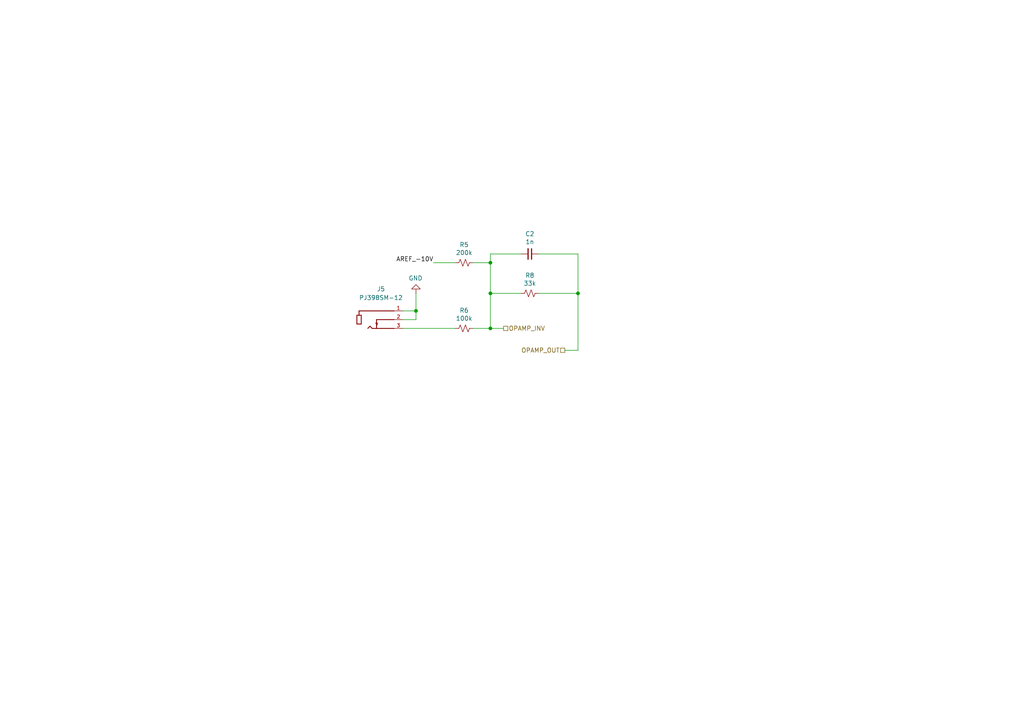
<source format=kicad_sch>
(kicad_sch (version 20211123) (generator eeschema)
  (paper "A4")
  (title_block (title "Lowstepper") (date "2021-03-06") (rev "1.0") (company "OkaySynthesizer") (comment 1 "Original design: Rafael Khan") (comment 2 "Engineer: Bhavesh Kakwani"))
  (lib_symbols
    (symbol "Device:C_Small" (pin_numbers hide) (pin_names (offset 0.254) hide)
      (property "Reference" "C" (at 0.254 1.778 0))
      (property "Value" "C_Small" (at 0.254 -2.032 0))
      (symbol "C_Small_0_1"
        (polyline (pts (xy -1.524 -0.508) (xy 1.524 -0.508)) (stroke (width 0.3302)))
        (polyline (pts (xy -1.524 0.508) (xy 1.524 0.508)) (stroke (width 0.3048)))
      )
      (symbol "C_Small_1_1"
        (pin passive line (at 0 2.54 270) (length 2.032) (name "~") (number "1"))
        (pin passive line (at 0 -2.54 90) (length 2.032) (name "~") (number "2"))
      )
    )
    (symbol "Device:R_Small_US" (pin_numbers hide) (pin_names (offset 0.254) hide)
      (property "Reference" "R" (at 0.762 0.508 0))
      (property "Value" "R_Small_US" (at 0.762 -1.016 0))
      (symbol "R_Small_US_1_1"
        (polyline (pts (xy 0 0) (xy 1.016 -0.381) (xy 0 -0.762) (xy -1.016 -1.143) (xy 0 -1.524)))
        (polyline (pts (xy 0 1.524) (xy 1.016 1.143) (xy 0 0.762) (xy -1.016 0.381) (xy 0 0)))
        (pin passive line (at 0 2.54 270) (length 1.016) (name "~") (number "1"))
        (pin passive line (at 0 -2.54 90) (length 1.016) (name "~") (number "2"))
      )
    )
    (symbol "PJ398SM-12:PJ398SM-12" (pin_names (offset 1.016) hide)
      (property "Reference" "J" (at -5.08 2.54 0))
      (property "Value" "PJ398SM-12" (at -5.08 -8.89 0))
      (symbol "PJ398SM-12_0_0"
        (polyline (pts (xy -5.715 -3.81) (xy -5.715 -1.27)) (stroke (width 0.254)))
        (polyline (pts (xy -5.715 -1.27) (xy -5.08 -1.27)) (stroke (width 0.254)))
        (polyline (pts (xy -5.08 -1.27) (xy -4.445 -1.27)) (stroke (width 0.254)))
        (polyline (pts (xy -5.08 0) (xy -5.08 -1.27)) (stroke (width 0.254)))
        (polyline (pts (xy -4.445 -3.81) (xy -5.715 -3.81)) (stroke (width 0.254)))
        (polyline (pts (xy -4.445 -1.27) (xy -4.445 -3.81)) (stroke (width 0.254)))
        (polyline (pts (xy -1.905 -4.445) (xy -2.54 -5.08)) (stroke (width 0.254)))
        (polyline (pts (xy -1.27 -5.08) (xy -1.905 -4.445)) (stroke (width 0.254)))
        (polyline (pts (xy 0 -2.54) (xy 0 -5.08)) (stroke (width 0.254)))
        (polyline (pts (xy 0 -2.54) (xy 5.08 -2.54)) (stroke (width 0.254)))
        (polyline (pts (xy 5.08 -5.08) (xy -1.27 -5.08)) (stroke (width 0.254)))
        (polyline (pts (xy 5.08 0) (xy -5.08 0)) (stroke (width 0.254)))
        (polyline (pts (xy 0 -4.318) (xy 0.254 -3.556) (xy -0.254 -3.556)) (stroke (width 0.254)) (fill (type background)))
        (pin passive line (at 7.62 0 180) (length 2.54) (name "~") (number "1"))
        (pin passive line (at 7.62 -2.54 180) (length 2.54) (name "~") (number "2"))
        (pin passive line (at 7.62 -5.08 180) (length 2.54) (name "~") (number "3"))
      )
    )
    (symbol "power:GND" (power) (pin_names (offset 0))
      (property "Value" "GND" (at 0 -3.81 0))
      (symbol "GND_0_1"
        (polyline (pts (xy 0 0) (xy 0 -1.27) (xy 1.27 -1.27) (xy 0 -2.54) (xy -1.27 -1.27) (xy 0 -1.27)))
      )
      (symbol "GND_1_1"
        (pin power_in line (at 0 0 270) (length 0) hide (name "GND") (number "1"))
      )
    )
  )
  (junction (at 142.24 95.25))
  (junction (at 142.24 85.09))
  (junction (at 120.65 90.17))
  (junction (at 167.64 85.09))
  (junction (at 142.24 76.2))
  (wire (pts (xy 137.16 76.2) (xy 142.24 76.2)))
  (wire (pts (xy 142.24 95.25) (xy 142.24 85.09)))
  (wire (pts (xy 116.84 90.17) (xy 120.65 90.17)))
  (wire (pts (xy 142.24 76.2) (xy 142.24 85.09)))
  (wire (pts (xy 156.21 85.09) (xy 167.64 85.09)))
  (wire (pts (xy 116.84 92.71) (xy 120.65 92.71)))
  (wire (pts (xy 167.64 101.6) (xy 163.83 101.6)))
  (wire (pts (xy 116.84 95.25) (xy 132.08 95.25)))
  (wire (pts (xy 120.65 90.17) (xy 120.65 85.09)))
  (wire (pts (xy 142.24 85.09) (xy 151.13 85.09)))
  (wire (pts (xy 167.64 85.09) (xy 167.64 101.6)))
  (wire (pts (xy 156.21 73.66) (xy 167.64 73.66)))
  (wire (pts (xy 142.24 76.2) (xy 142.24 73.66)))
  (wire (pts (xy 125.73 76.2) (xy 132.08 76.2)))
  (wire (pts (xy 137.16 95.25) (xy 142.24 95.25)))
  (wire (pts (xy 142.24 95.25) (xy 146.05 95.25)))
  (wire (pts (xy 142.24 73.66) (xy 151.13 73.66)))
  (wire (pts (xy 120.65 92.71) (xy 120.65 90.17)))
  (wire (pts (xy 167.64 73.66) (xy 167.64 85.09)))
  (label "AREF_-10V" (at 125.73 76.2 180))
  (hierarchical_label "OPAMP_INV" (shape passive) (at 146.05 95.25 0))
  (hierarchical_label "OPAMP_OUT" (shape passive) (at 163.83 101.6 180))
  (symbol (lib_id "Device:R_Small_US") (at 153.67 85.09 270)
    (property "Reference" "R8" (at 153.67 79.883 90))
    (property "Value" "33k" (at 153.67 82.1944 90))
    (property "Footprint" "Resistor_SMD:R_0402_1005Metric" (effects hide))
  )
  (symbol (lib_id "power:GND") (at 120.65 85.09 180)
    (property "Reference" "#PWR0127" (effects hide))
    (property "Value" "GND" (at 120.523 80.6958 0))
  )
  (symbol (lib_id "Device:C_Small") (at 153.67 73.66 270)
    (property "Reference" "C2" (at 153.67 67.8434 90))
    (property "Value" "1n" (at 153.67 70.1548 90))
    (property "Footprint" "Capacitor_SMD:C_0603_1608Metric_Pad1.08x0.95mm_HandSolder" (effects hide))
  )
  (symbol (lib_id "Device:R_Small_US") (at 134.62 76.2 270)
    (property "Reference" "R5" (at 134.62 70.993 90))
    (property "Value" "200k" (at 134.62 73.3044 90))
    (property "Footprint" "Resistor_SMD:R_0402_1005Metric" (effects hide))
  )
  (symbol (lib_id "Device:R_Small_US") (at 134.62 95.25 270)
    (property "Reference" "R6" (at 134.62 90.043 90))
    (property "Value" "100k" (at 134.62 92.3544 90))
    (property "Footprint" "Resistor_SMD:R_0402_1005Metric" (effects hide))
  )
  (symbol (lib_id "PJ398SM-12:PJ398SM-12") (at 109.22 90.17 0)
    (property "Reference" "J5" (at 110.49 83.82 0))
    (property "Value" "PJ398SM-12" (at 110.49 86.36 0))
    (property "Footprint" "THONK_PJ398SM-12" (effects hide))
    (property "MAXIMUM_PACKAGE_HEIGHT" "14.5 mm" (effects hide))
    (property "MANUFACTURER" "Thonk" (effects hide))
    (property "PARTREV" "1" (effects hide))
    (property "STANDARD" "Manufacturer Recommendations" (effects hide))
  )
)
</source>
